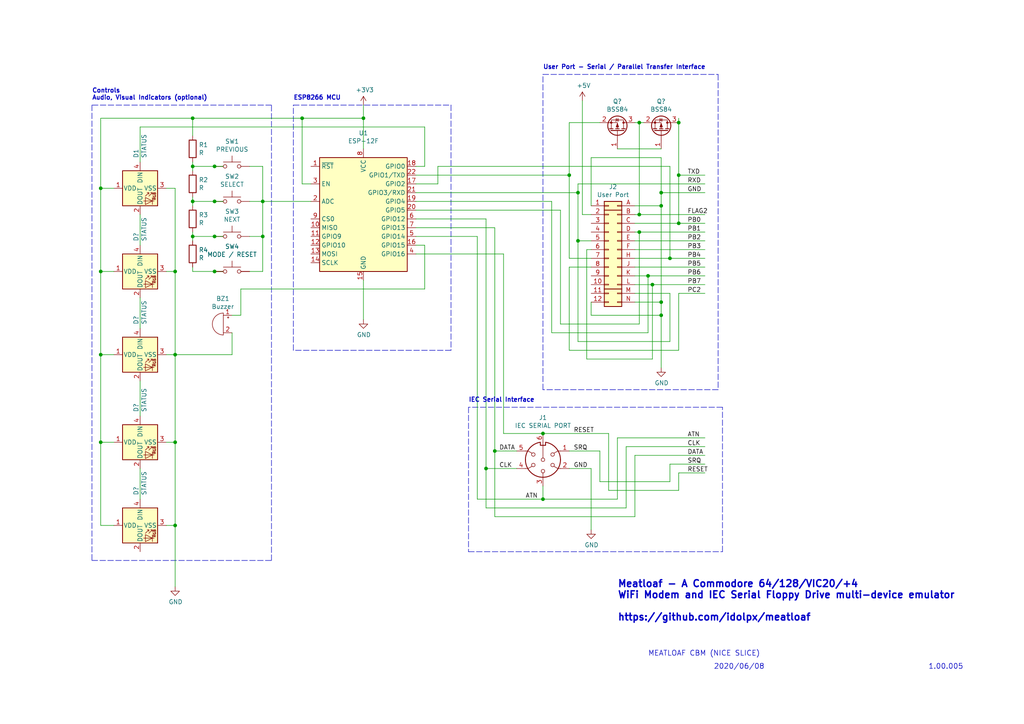
<source format=kicad_sch>
(kicad_sch (version 20211123) (generator eeschema)
  (paper "A4")
  (lib_symbols
    (symbol "Connector:DIN-6" (pin_names (offset 1.016))
      (property "Reference" "J" (at 3.175 5.715 0))
      (property "Value" "DIN-6" (at 4.445 -4.445 0))
      (symbol "DIN-6_0_1"
        (arc (start -5.08 0) (mid -3.8597 -3.3379) (end -0.762 -5.08) (stroke (width 0.254)))
        (circle (center -2.794 -1.524) (radius 0.508))
        (circle (center -2.794 1.524) (radius 0.508))
        (polyline (pts (xy 0 -5.08) (xy 0 -0.508)))
        (polyline (pts (xy 0 5.08) (xy 0 3.81)))
        (polyline (pts (xy -5.08 -2.54) (xy -4.318 -2.54) (xy -3.175 -1.905)))
        (polyline (pts (xy -5.08 2.54) (xy -4.318 2.54) (xy -3.175 1.905)))
        (polyline (pts (xy 5.08 -2.54) (xy 4.318 -2.54) (xy 3.175 -1.905)))
        (polyline (pts (xy 5.08 2.54) (xy 4.318 2.54) (xy 3.175 1.905)))
        (polyline (pts (xy -0.762 -4.953) (xy -0.762 -4.191) (xy 0.762 -4.191) (xy 0.762 -4.953)) (stroke (width 0.254)))
        (circle (center 0 0) (radius 0.508))
        (circle (center 0 3.302) (radius 0.508))
        (arc (start 0.762 -5.08) (mid 3.8673 -3.3444) (end 5.08 0) (stroke (width 0.254)))
        (circle (center 2.794 -1.524) (radius 0.508))
        (circle (center 2.794 1.524) (radius 0.508))
        (arc (start 5.08 0) (mid 0 5.08) (end -5.08 0) (stroke (width 0.254)))
      )
      (symbol "DIN-6_1_1"
        (pin passive line (at -7.62 -2.54 0) (length 2.54) (name "~") (number "1"))
        (pin passive line (at -7.62 2.54 0) (length 2.54) (name "~") (number "2"))
        (pin passive line (at 0 7.62 270) (length 2.54) (name "~") (number "3"))
        (pin passive line (at 7.62 2.54 180) (length 2.54) (name "~") (number "4"))
        (pin passive line (at 7.62 -2.54 180) (length 2.54) (name "~") (number "5"))
        (pin passive line (at 0 -7.62 90) (length 2.54) (name "~") (number "6"))
      )
    )
    (symbol "Device:Buzzer" (pin_names (offset 0.0254) hide)
      (property "Reference" "BZ" (at 3.81 1.27 0))
      (property "Value" "Buzzer" (at 3.81 -1.27 0))
      (symbol "Buzzer_0_1"
        (arc (start 0 -3.175) (mid 3.175 0) (end 0 3.175))
        (polyline (pts (xy -1.651 1.905) (xy -1.143 1.905)))
        (polyline (pts (xy -1.397 2.159) (xy -1.397 1.651)))
        (polyline (pts (xy 0 3.175) (xy 0 -3.175)))
      )
      (symbol "Buzzer_1_1"
        (pin passive line (at -2.54 2.54 0) (length 2.54) (name "-") (number "1"))
        (pin passive line (at -2.54 -2.54 0) (length 2.54) (name "+") (number "2"))
      )
    )
    (symbol "Device:R" (pin_numbers hide) (pin_names (offset 0))
      (property "Reference" "R" (at 2.032 0 90))
      (property "Value" "R" (at 0 0 90))
      (symbol "R_0_1"
        (rectangle (start -1.016 -2.54) (end 1.016 2.54) (stroke (width 0.254)))
      )
      (symbol "R_1_1"
        (pin passive line (at 0 3.81 270) (length 1.27) (name "~") (number "1"))
        (pin passive line (at 0 -3.81 90) (length 1.27) (name "~") (number "2"))
      )
    )
    (symbol "LED:WS2812B" (pin_names (offset 0.254))
      (property "Reference" "D" (at 5.08 5.715 0))
      (property "Value" "WS2812B" (at 1.27 -5.715 0))
      (symbol "WS2812B_0_0"
        (text "RGB" (at 2.286 -4.191 0) (effects (font (size 0.762 0.762))))
      )
      (symbol "WS2812B_0_1"
        (polyline (pts (xy 1.27 -3.556) (xy 1.778 -3.556)))
        (polyline (pts (xy 1.27 -2.54) (xy 1.778 -2.54)))
        (polyline (pts (xy 4.699 -3.556) (xy 2.667 -3.556)))
        (polyline (pts (xy 2.286 -2.54) (xy 1.27 -3.556) (xy 1.27 -3.048)))
        (polyline (pts (xy 2.286 -1.524) (xy 1.27 -2.54) (xy 1.27 -2.032)))
        (polyline (pts (xy 3.683 -1.016) (xy 3.683 -3.556) (xy 3.683 -4.064)))
        (polyline (pts (xy 4.699 -1.524) (xy 2.667 -1.524) (xy 3.683 -3.556) (xy 4.699 -1.524)))
        (rectangle (start 5.08 5.08) (end -5.08 -5.08) (stroke (width 0.254)) (fill (type background)))
      )
      (symbol "WS2812B_1_1"
        (pin power_in line (at 0 7.62 270) (length 2.54) (name "VDD") (number "1"))
        (pin output line (at 7.62 0 180) (length 2.54) (name "DOUT") (number "2"))
        (pin power_in line (at 0 -7.62 90) (length 2.54) (name "VSS") (number "3"))
        (pin input line (at -7.62 0 0) (length 2.54) (name "DIN") (number "4"))
      )
    )
    (symbol "RETRO_COMMODORE64C:Conn_02x12_Edge" (pin_names (offset 1.016) hide)
      (property "Reference" "J" (at 0 16.51 0))
      (property "Value" "RETRO_COMMODORE64C_Conn_02x12_Edge" (at 0 -16.51 0))
      (symbol "Conn_02x12_Edge_0_1"
        (polyline (pts (xy -2.54 -10.16) (xy 2.54 -10.16)) (stroke (width 0.254)))
        (polyline (pts (xy -2.54 12.7) (xy 2.54 12.7)) (stroke (width 0.254)))
      )
      (symbol "Conn_02x12_Edge_1_1"
        (rectangle (start -2.54 -13.843) (end -1.27 -14.097) (stroke (width 0.1524)))
        (rectangle (start -2.54 -11.303) (end -1.27 -11.557) (stroke (width 0.1524)))
        (rectangle (start -2.54 -8.763) (end -1.27 -9.017) (stroke (width 0.1524)))
        (rectangle (start -2.54 -6.223) (end -1.27 -6.477) (stroke (width 0.1524)))
        (rectangle (start -2.54 -3.683) (end -1.27 -3.937) (stroke (width 0.1524)))
        (rectangle (start -2.54 -1.143) (end -1.27 -1.397) (stroke (width 0.1524)))
        (rectangle (start -2.54 1.397) (end -1.27 1.143) (stroke (width 0.1524)))
        (rectangle (start -2.54 3.937) (end -1.27 3.683) (stroke (width 0.1524)))
        (rectangle (start -2.54 6.477) (end -1.27 6.223) (stroke (width 0.1524)))
        (rectangle (start -2.54 9.017) (end -1.27 8.763) (stroke (width 0.1524)))
        (rectangle (start -2.54 11.557) (end -1.27 11.303) (stroke (width 0.1524)))
        (rectangle (start -2.54 14.097) (end -1.27 13.843) (stroke (width 0.1524)))
        (rectangle (start -2.54 15.24) (end 2.54 -15.24) (stroke (width 0.254)) (fill (type background)))
        (rectangle (start 2.54 -13.843) (end 1.27 -14.097) (stroke (width 0.1524)))
        (rectangle (start 2.54 -11.303) (end 1.27 -11.557) (stroke (width 0.1524)))
        (rectangle (start 2.54 -8.763) (end 1.27 -9.017) (stroke (width 0.1524)))
        (rectangle (start 2.54 -6.223) (end 1.27 -6.477) (stroke (width 0.1524)))
        (rectangle (start 2.54 -3.683) (end 1.27 -3.937) (stroke (width 0.1524)))
        (rectangle (start 2.54 -1.143) (end 1.27 -1.397) (stroke (width 0.1524)))
        (rectangle (start 2.54 1.397) (end 1.27 1.143) (stroke (width 0.1524)))
        (rectangle (start 2.54 3.937) (end 1.27 3.683) (stroke (width 0.1524)))
        (rectangle (start 2.54 6.477) (end 1.27 6.223) (stroke (width 0.1524)))
        (rectangle (start 2.54 9.017) (end 1.27 8.763) (stroke (width 0.1524)))
        (rectangle (start 2.54 11.557) (end 1.27 11.303) (stroke (width 0.1524)))
        (rectangle (start 2.54 14.097) (end 1.27 13.843) (stroke (width 0.1524)))
        (pin passive line (at -6.35 13.97 0) (length 3.81) (name "Pin_1") (number "1"))
        (pin passive line (at -6.35 -8.89 0) (length 3.81) (name "Pin_10") (number "10"))
        (pin passive line (at -6.35 -11.43 0) (length 3.81) (name "Pin_11") (number "11"))
        (pin passive line (at -6.35 -13.97 0) (length 3.81) (name "Pin_12") (number "12"))
        (pin passive line (at -6.35 11.43 0) (length 3.81) (name "Pin_2") (number "2"))
        (pin passive line (at -6.35 8.89 0) (length 3.81) (name "Pin_3") (number "3"))
        (pin passive line (at -6.35 6.35 0) (length 3.81) (name "Pin_4") (number "4"))
        (pin passive line (at -6.35 3.81 0) (length 3.81) (name "Pin_5") (number "5"))
        (pin passive line (at -6.35 1.27 0) (length 3.81) (name "Pin_6") (number "6"))
        (pin passive line (at -6.35 -1.27 0) (length 3.81) (name "Pin_7") (number "7"))
        (pin passive line (at -6.35 -3.81 0) (length 3.81) (name "Pin_8") (number "8"))
        (pin passive line (at -6.35 -6.35 0) (length 3.81) (name "Pin_9") (number "9"))
        (pin passive line (at 6.35 13.97 180) (length 3.81) (name "Pin_A") (number "A"))
        (pin passive line (at 6.35 11.43 180) (length 3.81) (name "Pin_B") (number "B"))
        (pin passive line (at 6.35 8.89 180) (length 3.81) (name "Pin_C") (number "C"))
        (pin passive line (at 6.35 6.35 180) (length 3.81) (name "Pin_D") (number "D"))
        (pin passive line (at 6.35 3.81 180) (length 3.81) (name "Pin_E") (number "E"))
        (pin passive line (at 6.35 1.27 180) (length 3.81) (name "Pin_F") (number "F"))
        (pin passive line (at 6.35 -1.27 180) (length 3.81) (name "Pin_H") (number "H"))
        (pin passive line (at 6.35 -3.81 180) (length 3.81) (name "Pin_J") (number "J"))
        (pin passive line (at 6.35 -6.35 180) (length 3.81) (name "Pin_K") (number "K"))
        (pin passive line (at 6.35 -8.89 180) (length 3.81) (name "Pin_L") (number "L"))
        (pin passive line (at 6.35 -11.43 180) (length 3.81) (name "Pin_M") (number "M"))
        (pin passive line (at 6.35 -13.97 180) (length 3.81) (name "Pin_N") (number "N"))
      )
    )
    (symbol "RF_Module:ESP-12F"
      (property "Reference" "U" (at -12.7 19.05 0))
      (property "Value" "ESP-12F" (at 12.7 19.05 0))
      (symbol "ESP-12F_0_1"
        (rectangle (start -12.7 17.78) (end 12.7 -15.24) (stroke (width 0.254)) (fill (type background)))
      )
      (symbol "ESP-12F_1_1"
        (pin input line (at -15.24 15.24 0) (length 2.54) (name "~{RST}") (number "1"))
        (pin bidirectional line (at -15.24 -2.54 0) (length 2.54) (name "MISO") (number "10"))
        (pin bidirectional line (at -15.24 -5.08 0) (length 2.54) (name "GPIO9") (number "11"))
        (pin bidirectional line (at -15.24 -7.62 0) (length 2.54) (name "GPIO10") (number "12"))
        (pin bidirectional line (at -15.24 -10.16 0) (length 2.54) (name "MOSI") (number "13"))
        (pin bidirectional line (at -15.24 -12.7 0) (length 2.54) (name "SCLK") (number "14"))
        (pin power_in line (at 0 -17.78 90) (length 2.54) (name "GND") (number "15"))
        (pin bidirectional line (at 15.24 -7.62 180) (length 2.54) (name "GPIO15") (number "16"))
        (pin bidirectional line (at 15.24 10.16 180) (length 2.54) (name "GPIO2") (number "17"))
        (pin bidirectional line (at 15.24 15.24 180) (length 2.54) (name "GPIO0") (number "18"))
        (pin bidirectional line (at 15.24 5.08 180) (length 2.54) (name "GPIO4") (number "19"))
        (pin input line (at -15.24 5.08 0) (length 2.54) (name "ADC") (number "2"))
        (pin bidirectional line (at 15.24 2.54 180) (length 2.54) (name "GPIO5") (number "20"))
        (pin bidirectional line (at 15.24 7.62 180) (length 2.54) (name "GPIO3/RXD") (number "21"))
        (pin bidirectional line (at 15.24 12.7 180) (length 2.54) (name "GPIO1/TXD") (number "22"))
        (pin input line (at -15.24 10.16 0) (length 2.54) (name "EN") (number "3"))
        (pin bidirectional line (at 15.24 -10.16 180) (length 2.54) (name "GPIO16") (number "4"))
        (pin bidirectional line (at 15.24 -5.08 180) (length 2.54) (name "GPIO14") (number "5"))
        (pin bidirectional line (at 15.24 0 180) (length 2.54) (name "GPIO12") (number "6"))
        (pin bidirectional line (at 15.24 -2.54 180) (length 2.54) (name "GPIO13") (number "7"))
        (pin power_in line (at 0 20.32 270) (length 2.54) (name "VCC") (number "8"))
        (pin input line (at -15.24 0 0) (length 2.54) (name "CS0") (number "9"))
      )
    )
    (symbol "Switch:SW_MEC_5G" (pin_numbers hide) (pin_names (offset 1.016) hide)
      (property "Reference" "SW" (at 1.27 2.54 0))
      (property "Value" "SW_MEC_5G" (at 0 -1.524 0))
      (symbol "SW_MEC_5G_0_1"
        (circle (center -2.032 0) (radius 0.508))
        (polyline (pts (xy 0 1.27) (xy 0 3.048)))
        (polyline (pts (xy 2.54 1.27) (xy -2.54 1.27)))
        (circle (center 2.032 0) (radius 0.508))
        (pin passive line (at -5.08 0 0) (length 2.54) (name "A") (number "1"))
        (pin passive line (at 5.08 0 180) (length 2.54) (name "B") (number "3"))
      )
      (symbol "SW_MEC_5G_1_1"
        (pin passive line (at -5.08 0 0) (length 2.54) hide (name "A") (number "2"))
        (pin passive line (at 5.08 0 180) (length 2.54) hide (name "B") (number "4"))
      )
    )
    (symbol "Transistor_FET:BSS84" (pin_names hide)
      (property "Reference" "Q" (at 5.08 1.905 0))
      (property "Value" "BSS84" (at 5.08 0 0))
      (symbol "BSS84_0_1"
        (polyline (pts (xy 0.254 0) (xy -2.54 0)))
        (polyline (pts (xy 0.254 1.905) (xy 0.254 -1.905)) (stroke (width 0.254)))
        (polyline (pts (xy 0.762 -1.27) (xy 0.762 -2.286)) (stroke (width 0.254)))
        (polyline (pts (xy 0.762 0.508) (xy 0.762 -0.508)) (stroke (width 0.254)))
        (polyline (pts (xy 0.762 2.286) (xy 0.762 1.27)) (stroke (width 0.254)))
        (polyline (pts (xy 2.54 2.54) (xy 2.54 1.778)))
        (polyline (pts (xy 2.54 -2.54) (xy 2.54 0) (xy 0.762 0)))
        (polyline (pts (xy 0.762 1.778) (xy 3.302 1.778) (xy 3.302 -1.778) (xy 0.762 -1.778)))
        (polyline (pts (xy 2.286 0) (xy 1.27 0.381) (xy 1.27 -0.381) (xy 2.286 0)) (fill (type outline)))
        (polyline (pts (xy 2.794 -0.508) (xy 2.921 -0.381) (xy 3.683 -0.381) (xy 3.81 -0.254)))
        (polyline (pts (xy 3.302 -0.381) (xy 2.921 0.254) (xy 3.683 0.254) (xy 3.302 -0.381)))
        (circle (center 1.651 0) (radius 2.794) (stroke (width 0.254)))
        (circle (center 2.54 -1.778) (radius 0.254) (fill (type outline)))
        (circle (center 2.54 1.778) (radius 0.254) (fill (type outline)))
      )
      (symbol "BSS84_1_1"
        (pin input line (at -5.08 0 0) (length 2.54) (name "G") (number "1"))
        (pin passive line (at 2.54 -5.08 90) (length 2.54) (name "S") (number "2"))
        (pin passive line (at 2.54 5.08 270) (length 2.54) (name "D") (number "3"))
      )
    )
    (symbol "power:+3.3V" (power) (pin_names (offset 0))
      (property "Value" "+3.3V" (at 0 3.556 0))
      (symbol "+3.3V_0_1"
        (polyline (pts (xy -0.762 1.27) (xy 0 2.54)))
        (polyline (pts (xy 0 0) (xy 0 2.54)))
        (polyline (pts (xy 0 2.54) (xy 0.762 1.27)))
      )
      (symbol "+3.3V_1_1"
        (pin power_in line (at 0 0 90) (length 0) hide (name "+3V3") (number "1"))
      )
    )
    (symbol "power:+5V" (power) (pin_names (offset 0))
      (property "Value" "+5V" (at 0 3.556 0))
      (symbol "+5V_0_1"
        (polyline (pts (xy -0.762 1.27) (xy 0 2.54)))
        (polyline (pts (xy 0 0) (xy 0 2.54)))
        (polyline (pts (xy 0 2.54) (xy 0.762 1.27)))
      )
      (symbol "+5V_1_1"
        (pin power_in line (at 0 0 90) (length 0) hide (name "+5V") (number "1"))
      )
    )
    (symbol "power:GND" (power) (pin_names (offset 0))
      (property "Value" "GND" (at 0 -3.81 0))
      (symbol "GND_0_1"
        (polyline (pts (xy 0 0) (xy 0 -1.27) (xy 1.27 -1.27) (xy 0 -2.54) (xy -1.27 -1.27) (xy 0 -1.27)))
      )
      (symbol "GND_1_1"
        (pin power_in line (at 0 0 270) (length 0) hide (name "GND") (number "1"))
      )
    )
  )
  (junction (at 191.77 87.63))
  (junction (at 194.31 74.93))
  (junction (at 55.88 34.29))
  (junction (at 157.48 144.78))
  (junction (at 185.42 67.31))
  (junction (at 55.88 48.26))
  (junction (at 29.21 128.27))
  (junction (at 50.8 102.87))
  (junction (at 143.51 130.81))
  (junction (at 105.41 34.29))
  (junction (at 62.23 68.58))
  (junction (at 50.8 152.4))
  (junction (at 185.42 62.23))
  (junction (at 187.96 80.01))
  (junction (at 196.85 50.8))
  (junction (at 87.63 34.29))
  (junction (at 157.48 125.73))
  (junction (at 191.77 91.44))
  (junction (at 196.85 64.77))
  (junction (at 62.23 78.74))
  (junction (at 76.2 68.58))
  (junction (at 196.85 35.56))
  (junction (at 55.88 68.58))
  (junction (at 62.23 48.26))
  (junction (at 29.21 102.87))
  (junction (at 191.77 59.69))
  (junction (at 140.97 135.89))
  (junction (at 29.21 78.74))
  (junction (at 55.88 58.42))
  (junction (at 50.8 128.27))
  (junction (at 165.1 50.8))
  (junction (at 167.64 55.88))
  (junction (at 185.42 35.56))
  (junction (at 62.23 58.42))
  (junction (at 167.64 69.85))
  (junction (at 76.2 58.42))
  (junction (at 29.21 54.61))
  (junction (at 50.8 78.74))
  (junction (at 191.77 55.88))
  (junction (at 189.23 82.55))
  (wire (pts (xy 55.88 58.42) (xy 55.88 57.15)))
  (wire (pts (xy 191.77 55.88) (xy 191.77 59.69)))
  (wire (pts (xy 165.1 101.6) (xy 196.85 101.6)))
  (wire (pts (xy 184.15 149.86) (xy 143.51 149.86)))
  (wire (pts (xy 204.47 132.08) (xy 184.15 132.08)))
  (wire (pts (xy 64.77 78.74) (xy 62.23 78.74)))
  (wire (pts (xy 40.64 95.25) (xy 40.64 86.36)))
  (wire (pts (xy 143.51 66.04) (xy 143.51 130.81)))
  (wire (pts (xy 162.56 60.96) (xy 162.56 93.98)))
  (wire (pts (xy 165.1 77.47) (xy 165.1 101.6)))
  (wire (pts (xy 72.39 58.42) (xy 76.2 58.42)))
  (wire (pts (xy 171.45 59.69) (xy 171.45 45.72)))
  (wire (pts (xy 138.43 68.58) (xy 138.43 144.78)))
  (wire (pts (xy 191.77 59.69) (xy 191.77 87.63)))
  (wire (pts (xy 40.64 71.12) (xy 40.64 62.23)))
  (wire (pts (xy 157.48 144.78) (xy 157.48 140.97)))
  (polyline (pts (xy 209.55 118.11) (xy 135.89 118.11)))
  (wire (pts (xy 50.8 152.4) (xy 50.8 128.27)))
  (wire (pts (xy 181.61 147.32) (xy 140.97 147.32)))
  (wire (pts (xy 29.21 34.29) (xy 55.88 34.29)))
  (wire (pts (xy 105.41 81.28) (xy 105.41 92.71)))
  (wire (pts (xy 40.64 144.78) (xy 40.64 135.89)))
  (wire (pts (xy 120.65 60.96) (xy 162.56 60.96)))
  (polyline (pts (xy 135.89 160.02) (xy 209.55 160.02)))
  (wire (pts (xy 67.31 102.87) (xy 50.8 102.87)))
  (wire (pts (xy 120.65 71.12) (xy 123.19 71.12)))
  (wire (pts (xy 105.41 30.48) (xy 105.41 34.29)))
  (wire (pts (xy 90.17 58.42) (xy 76.2 58.42)))
  (wire (pts (xy 162.56 93.98) (xy 185.42 93.98)))
  (wire (pts (xy 165.1 135.89) (xy 171.45 135.89)))
  (wire (pts (xy 33.02 128.27) (xy 29.21 128.27)))
  (wire (pts (xy 62.23 78.74) (xy 55.88 78.74)))
  (wire (pts (xy 194.31 139.7) (xy 173.99 139.7)))
  (wire (pts (xy 194.31 85.09) (xy 194.31 99.06)))
  (wire (pts (xy 189.23 104.14) (xy 189.23 82.55)))
  (wire (pts (xy 120.65 63.5) (xy 140.97 63.5)))
  (wire (pts (xy 160.02 96.52) (xy 187.96 96.52)))
  (wire (pts (xy 62.23 58.42) (xy 64.77 58.42)))
  (wire (pts (xy 181.61 129.54) (xy 181.61 147.32)))
  (wire (pts (xy 191.77 43.18) (xy 179.07 43.18)))
  (wire (pts (xy 146.05 125.73) (xy 157.48 125.73)))
  (wire (pts (xy 120.65 55.88) (xy 167.64 55.88)))
  (wire (pts (xy 196.85 85.09) (xy 204.47 85.09)))
  (wire (pts (xy 204.47 62.23) (xy 185.42 62.23)))
  (wire (pts (xy 184.15 87.63) (xy 191.77 87.63)))
  (polyline (pts (xy 130.81 101.6) (xy 85.09 101.6)))
  (wire (pts (xy 40.64 36.83) (xy 40.64 46.99)))
  (wire (pts (xy 185.42 35.56) (xy 186.69 35.56)))
  (wire (pts (xy 33.02 78.74) (xy 29.21 78.74)))
  (wire (pts (xy 194.31 74.93) (xy 194.31 48.26)))
  (wire (pts (xy 69.85 91.44) (xy 69.85 83.82)))
  (wire (pts (xy 140.97 147.32) (xy 140.97 135.89)))
  (wire (pts (xy 120.65 66.04) (xy 143.51 66.04)))
  (wire (pts (xy 76.2 58.42) (xy 76.2 48.26)))
  (polyline (pts (xy 135.89 118.11) (xy 135.89 160.02)))
  (wire (pts (xy 120.65 53.34) (xy 127 53.34)))
  (wire (pts (xy 90.17 53.34) (xy 87.63 53.34)))
  (wire (pts (xy 29.21 54.61) (xy 29.21 34.29)))
  (wire (pts (xy 160.02 58.42) (xy 120.65 58.42)))
  (wire (pts (xy 87.63 53.34) (xy 87.63 34.29)))
  (wire (pts (xy 185.42 67.31) (xy 204.47 67.31)))
  (wire (pts (xy 184.15 85.09) (xy 194.31 85.09)))
  (polyline (pts (xy 26.67 162.56) (xy 78.74 162.56)))
  (wire (pts (xy 204.47 137.16) (xy 196.85 137.16)))
  (wire (pts (xy 138.43 144.78) (xy 157.48 144.78)))
  (wire (pts (xy 184.15 74.93) (xy 194.31 74.93)))
  (wire (pts (xy 165.1 50.8) (xy 120.65 50.8)))
  (wire (pts (xy 171.45 74.93) (xy 165.1 74.93)))
  (wire (pts (xy 191.77 45.72) (xy 191.77 55.88)))
  (polyline (pts (xy 208.28 113.03) (xy 157.48 113.03)))
  (wire (pts (xy 146.05 73.66) (xy 146.05 125.73)))
  (wire (pts (xy 76.2 48.26) (xy 72.39 48.26)))
  (wire (pts (xy 33.02 152.4) (xy 29.21 152.4)))
  (wire (pts (xy 64.77 68.58) (xy 62.23 68.58)))
  (wire (pts (xy 194.31 99.06) (xy 167.64 99.06)))
  (polyline (pts (xy 130.81 30.48) (xy 130.81 101.6)))
  (wire (pts (xy 55.88 58.42) (xy 62.23 58.42)))
  (wire (pts (xy 196.85 34.29) (xy 196.85 35.56)))
  (wire (pts (xy 189.23 82.55) (xy 204.47 82.55)))
  (wire (pts (xy 176.53 125.73) (xy 157.48 125.73)))
  (polyline (pts (xy 209.55 160.02) (xy 209.55 118.11)))
  (wire (pts (xy 62.23 68.58) (xy 55.88 68.58)))
  (wire (pts (xy 143.51 149.86) (xy 143.51 130.81)))
  (wire (pts (xy 67.31 96.52) (xy 67.31 102.87)))
  (wire (pts (xy 184.15 80.01) (xy 187.96 80.01)))
  (wire (pts (xy 171.45 87.63) (xy 171.45 91.44)))
  (wire (pts (xy 184.15 59.69) (xy 191.77 59.69)))
  (wire (pts (xy 184.15 77.47) (xy 204.47 77.47)))
  (wire (pts (xy 196.85 142.24) (xy 176.53 142.24)))
  (wire (pts (xy 140.97 63.5) (xy 140.97 135.89)))
  (wire (pts (xy 187.96 80.01) (xy 187.96 96.52)))
  (wire (pts (xy 160.02 58.42) (xy 160.02 96.52)))
  (wire (pts (xy 55.88 48.26) (xy 55.88 46.99)))
  (wire (pts (xy 204.47 134.62) (xy 194.31 134.62)))
  (wire (pts (xy 204.47 129.54) (xy 181.61 129.54)))
  (wire (pts (xy 76.2 58.42) (xy 76.2 68.58)))
  (wire (pts (xy 184.15 64.77) (xy 196.85 64.77)))
  (wire (pts (xy 48.26 102.87) (xy 50.8 102.87)))
  (wire (pts (xy 29.21 78.74) (xy 29.21 54.61)))
  (wire (pts (xy 64.77 48.26) (xy 62.23 48.26)))
  (wire (pts (xy 184.15 132.08) (xy 184.15 149.86)))
  (wire (pts (xy 55.88 59.69) (xy 55.88 58.42)))
  (wire (pts (xy 29.21 152.4) (xy 29.21 128.27)))
  (wire (pts (xy 123.19 36.83) (xy 40.64 36.83)))
  (wire (pts (xy 165.1 74.93) (xy 165.1 50.8)))
  (wire (pts (xy 50.8 78.74) (xy 50.8 102.87)))
  (wire (pts (xy 165.1 130.81) (xy 173.99 130.81)))
  (wire (pts (xy 50.8 102.87) (xy 50.8 128.27)))
  (wire (pts (xy 48.26 128.27) (xy 50.8 128.27)))
  (wire (pts (xy 184.15 72.39) (xy 204.47 72.39)))
  (wire (pts (xy 170.18 104.14) (xy 189.23 104.14)))
  (wire (pts (xy 185.42 67.31) (xy 185.42 93.98)))
  (wire (pts (xy 204.47 55.88) (xy 191.77 55.88)))
  (polyline (pts (xy 78.74 30.48) (xy 26.67 30.48)))
  (wire (pts (xy 127 48.26) (xy 194.31 48.26)))
  (wire (pts (xy 143.51 130.81) (xy 149.86 130.81)))
  (wire (pts (xy 176.53 142.24) (xy 176.53 125.73)))
  (wire (pts (xy 194.31 134.62) (xy 194.31 139.7)))
  (wire (pts (xy 55.88 78.74) (xy 55.88 77.47)))
  (wire (pts (xy 171.45 91.44) (xy 191.77 91.44)))
  (wire (pts (xy 171.45 135.89) (xy 171.45 153.67)))
  (wire (pts (xy 168.91 62.23) (xy 168.91 29.21)))
  (wire (pts (xy 29.21 102.87) (xy 29.21 78.74)))
  (wire (pts (xy 171.45 72.39) (xy 170.18 72.39)))
  (wire (pts (xy 40.64 120.65) (xy 40.64 110.49)))
  (wire (pts (xy 191.77 87.63) (xy 191.77 91.44)))
  (wire (pts (xy 171.45 69.85) (xy 167.64 69.85)))
  (wire (pts (xy 55.88 49.53) (xy 55.88 48.26)))
  (wire (pts (xy 123.19 71.12) (xy 123.19 83.82)))
  (wire (pts (xy 123.19 48.26) (xy 120.65 48.26)))
  (wire (pts (xy 48.26 54.61) (xy 50.8 54.61)))
  (wire (pts (xy 179.07 144.78) (xy 157.48 144.78)))
  (wire (pts (xy 179.07 127) (xy 179.07 144.78)))
  (wire (pts (xy 184.15 69.85) (xy 204.47 69.85)))
  (polyline (pts (xy 85.09 101.6) (xy 85.09 30.48)))
  (wire (pts (xy 62.23 48.26) (xy 55.88 48.26)))
  (wire (pts (xy 173.99 139.7) (xy 173.99 130.81)))
  (wire (pts (xy 29.21 128.27) (xy 29.21 102.87)))
  (wire (pts (xy 171.45 62.23) (xy 168.91 62.23)))
  (wire (pts (xy 184.15 67.31) (xy 185.42 67.31)))
  (wire (pts (xy 171.45 45.72) (xy 191.77 45.72)))
  (polyline (pts (xy 78.74 162.56) (xy 78.74 30.48)))
  (wire (pts (xy 33.02 54.61) (xy 29.21 54.61)))
  (wire (pts (xy 140.97 135.89) (xy 149.86 135.89)))
  (wire (pts (xy 87.63 34.29) (xy 105.41 34.29)))
  (wire (pts (xy 165.1 35.56) (xy 165.1 50.8)))
  (wire (pts (xy 196.85 35.56) (xy 196.85 50.8)))
  (wire (pts (xy 167.64 69.85) (xy 167.64 99.06)))
  (wire (pts (xy 167.64 53.34) (xy 167.64 55.88)))
  (wire (pts (xy 167.64 55.88) (xy 167.64 69.85)))
  (wire (pts (xy 204.47 53.34) (xy 167.64 53.34)))
  (wire (pts (xy 55.88 34.29) (xy 87.63 34.29)))
  (wire (pts (xy 185.42 35.56) (xy 185.42 62.23)))
  (wire (pts (xy 67.31 91.44) (xy 69.85 91.44)))
  (wire (pts (xy 191.77 106.68) (xy 191.77 91.44)))
  (polyline (pts (xy 157.48 113.03) (xy 157.48 21.59)))
  (wire (pts (xy 120.65 73.66) (xy 146.05 73.66)))
  (wire (pts (xy 196.85 101.6) (xy 196.85 85.09)))
  (polyline (pts (xy 26.67 30.48) (xy 26.67 162.56)))
  (wire (pts (xy 55.88 69.85) (xy 55.88 68.58)))
  (wire (pts (xy 196.85 64.77) (xy 204.47 64.77)))
  (wire (pts (xy 184.15 82.55) (xy 189.23 82.55)))
  (wire (pts (xy 69.85 83.82) (xy 123.19 83.82)))
  (wire (pts (xy 171.45 77.47) (xy 165.1 77.47)))
  (wire (pts (xy 123.19 36.83) (xy 123.19 48.26)))
  (wire (pts (xy 194.31 74.93) (xy 204.47 74.93)))
  (wire (pts (xy 50.8 170.18) (xy 50.8 152.4)))
  (wire (pts (xy 55.88 68.58) (xy 55.88 67.31)))
  (polyline (pts (xy 208.28 21.59) (xy 208.28 113.03)))
  (wire (pts (xy 196.85 50.8) (xy 196.85 64.77)))
  (wire (pts (xy 187.96 80.01) (xy 204.47 80.01)))
  (wire (pts (xy 170.18 72.39) (xy 170.18 104.14)))
  (wire (pts (xy 48.26 152.4) (xy 50.8 152.4)))
  (wire (pts (xy 204.47 127) (xy 179.07 127)))
  (wire (pts (xy 196.85 137.16) (xy 196.85 142.24)))
  (wire (pts (xy 76.2 78.74) (xy 76.2 68.58)))
  (wire (pts (xy 48.26 78.74) (xy 50.8 78.74)))
  (wire (pts (xy 120.65 68.58) (xy 138.43 68.58)))
  (wire (pts (xy 72.39 78.74) (xy 76.2 78.74)))
  (wire (pts (xy 184.15 62.23) (xy 185.42 62.23)))
  (wire (pts (xy 72.39 68.58) (xy 76.2 68.58)))
  (wire (pts (xy 184.15 35.56) (xy 185.42 35.56)))
  (polyline (pts (xy 157.48 21.59) (xy 208.28 21.59)))
  (wire (pts (xy 173.99 35.56) (xy 165.1 35.56)))
  (polyline (pts (xy 85.09 30.48) (xy 130.81 30.48)))
  (wire (pts (xy 204.47 50.8) (xy 196.85 50.8)))
  (wire (pts (xy 33.02 102.87) (xy 29.21 102.87)))
  (wire (pts (xy 127 53.34) (xy 127 48.26)))
  (wire (pts (xy 50.8 54.61) (xy 50.8 78.74)))
  (wire (pts (xy 105.41 34.29) (xy 105.41 43.18)))
  (wire (pts (xy 55.88 39.37) (xy 55.88 34.29)))
  (text "1.00.005" (at 269.24 194.31 0) (effects (font (size 1.4986 1.4986)) (justify left bottom)))
  (text "Meatloaf - A Commodore 64/128/VIC20/+4 \nWiFi Modem and IEC Serial Floppy Drive multi-device emulator \n\nhttps://github.com/idolpx/meatloaf" (at 179.07 180.34 0) (effects (font (size 2.0066 2.0066) (thickness 0.4013) bold) (justify left bottom)))
  (text "IEC Serial Interface" (at 135.89 116.84 0) (effects (font (size 1.27 1.27) (thickness 0.254) bold) (justify left bottom)))
  (text "2020/06/08" (at 207.01 194.31 0) (effects (font (size 1.4986 1.4986)) (justify left bottom)))
  (text "ESP8266 MCU" (at 85.09 29.21 0) (effects (font (size 1.27 1.27) (thickness 0.254) bold) (justify left bottom)))
  (text "Controls\nAudio, Visual Indicators (optional)" (at 26.67 29.21 0) (effects (font (size 1.27 1.27) (thickness 0.254) bold) (justify left bottom)))
  (text "MEATLOAF CBM (NICE SLICE)" (at 187.96 190.5 0) (effects (font (size 1.4986 1.4986)) (justify left bottom)))
  (text "User Port - Serial / Parallel Transfer Interface" (at 157.48 20.32 0) (effects (font (size 1.27 1.27) (thickness 0.254) bold) (justify left bottom)))
  (label "PB4" (at 199.39 74.93 0))
  (label "ATN" (at 199.39 127 0))
  (label "SRQ" (at 166.37 130.81 0))
  (label "TXD" (at 199.39 50.8 0))
  (label "DATA" (at 144.78 130.81 0))
  (label "CLK" (at 144.78 135.89 0))
  (label "SRQ" (at 199.39 134.62 0))
  (label "RESET" (at 166.37 125.73 0))
  (label "DATA" (at 199.39 132.08 0))
  (label "CLK" (at 199.39 129.54 0))
  (label "ATN" (at 152.4 144.78 0))
  (label "PB3" (at 199.39 72.39 0))
  (label "PB5" (at 199.39 77.47 0))
  (label "FLAG2" (at 199.39 62.23 0))
  (label "GND" (at 199.39 55.88 0))
  (label "GND" (at 166.37 135.89 0))
  (label "PB7" (at 199.39 82.55 0))
  (label "PB1" (at 199.39 67.31 0))
  (label "PB2" (at 199.39 69.85 0))
  (label "RESET" (at 199.39 137.16 0))
  (label "PC2" (at 199.39 85.09 0))
  (label "RXD" (at 199.39 53.34 0))
  (label "PB6" (at 199.39 80.01 0))
  (label "PB0" (at 199.39 64.77 0))
  (symbol (lib_id "power:GND") (at 105.41 92.71 0) (unit 1)
    (property "Reference" "#PWR0101" (effects hide))
    (property "Value" "GND" (at 105.537 97.1042 0))
  )
  (symbol (lib_id "power:+3.3V") (at 105.41 30.48 0) (unit 1)
    (property "Reference" "#PWR0102" (effects hide))
    (property "Value" "+3.3V" (at 105.791 26.0858 0))
  )
  (symbol (lib_id "RF_Module:ESP-12F") (at 105.41 63.5 0) (unit 1)
    (property "Reference" "U1" (at 105.41 38.5826 0))
    (property "Value" "ESP-12F" (at 105.41 40.894 0))
    (property "Footprint" "RF_Module:ESP-12E" (effects hide))
    (property "Datasheet" "http://wiki.ai-thinker.com/_media/esp8266/esp8266_series_modules_user_manual_v1.1.pdf" (effects hide))
  )
  (symbol (lib_id "RETRO_COMMODORE64C:Conn_02x12_Edge") (at 177.8 73.66 0) (unit 1)
    (property "Reference" "J2" (at 177.8 54.1782 0))
    (property "Value" "User Port" (at 177.8 56.4896 0))
  )
  (symbol (lib_id "Connector:DIN-6") (at 157.48 133.35 180) (unit 1)
    (property "Reference" "J1" (at 157.48 121.1326 0))
    (property "Value" "IEC SERIAL PORT" (at 157.48 123.444 0))
    (property "Datasheet" "http://www.mouser.com/ds/2/18/40_c091_abd_e-75918.pdf" (effects hide))
  )
  (symbol (lib_id "power:GND") (at 171.45 153.67 0) (unit 1)
    (property "Reference" "#PWR0103" (effects hide))
    (property "Value" "GND" (at 171.577 158.0642 0))
  )
  (symbol (lib_id "LED:WS2812B") (at 40.64 78.74 90) (mirror x) (unit 1)
    (property "Reference" "D?" (at 39.4716 70.0024 0) (effects (justify right)))
    (property "Value" "STATUS" (at 41.783 70.0024 0) (effects (justify right)))
    (property "Footprint" "LED_SMD:LED_WS2812B_PLCC4_5.0x5.0mm_P3.2mm" (effects hide))
    (property "Datasheet" "https://cdn-shop.adafruit.com/datasheets/WS2812B.pdf" (effects hide))
  )
  (symbol (lib_id "LED:WS2812B") (at 40.64 102.87 90) (mirror x) (unit 1)
    (property "Reference" "D?" (at 39.4716 94.1324 0) (effects (justify right)))
    (property "Value" "STATUS" (at 41.783 94.1324 0) (effects (justify right)))
    (property "Footprint" "LED_SMD:LED_WS2812B_PLCC4_5.0x5.0mm_P3.2mm" (effects hide))
    (property "Datasheet" "https://cdn-shop.adafruit.com/datasheets/WS2812B.pdf" (effects hide))
  )
  (symbol (lib_id "Device:Buzzer") (at 64.77 93.98 0) (mirror y) (unit 1)
    (property "Reference" "BZ1" (at 64.643 86.614 0))
    (property "Value" "Buzzer" (at 64.643 88.9254 0))
  )
  (symbol (lib_id "LED:WS2812B") (at 40.64 128.27 90) (mirror x) (unit 1)
    (property "Reference" "D?" (at 39.4716 119.5324 0) (effects (justify right)))
    (property "Value" "STATUS" (at 41.783 119.5324 0) (effects (justify right)))
    (property "Footprint" "LED_SMD:LED_WS2812B_PLCC4_5.0x5.0mm_P3.2mm" (effects hide))
    (property "Datasheet" "https://cdn-shop.adafruit.com/datasheets/WS2812B.pdf" (effects hide))
  )
  (symbol (lib_id "Switch:SW_MEC_5G") (at 67.31 48.26 0) (unit 1)
    (property "Reference" "SW1" (at 67.31 41.021 0))
    (property "Value" "PREVIOUS" (at 67.31 43.3324 0))
    (property "Datasheet" "http://www.apem.com/int/index.php?controller=attachment&id_attachment=488" (effects hide))
  )
  (symbol (lib_id "Switch:SW_MEC_5G") (at 67.31 58.42 0) (unit 1)
    (property "Reference" "SW2" (at 67.31 51.181 0))
    (property "Value" "SELECT" (at 67.31 53.4924 0))
    (property "Datasheet" "http://www.apem.com/int/index.php?controller=attachment&id_attachment=488" (effects hide))
  )
  (symbol (lib_id "Switch:SW_MEC_5G") (at 67.31 68.58 0) (unit 1)
    (property "Reference" "SW3" (at 67.31 61.341 0))
    (property "Value" "NEXT" (at 67.31 63.6524 0))
    (property "Datasheet" "http://www.apem.com/int/index.php?controller=attachment&id_attachment=488" (effects hide))
  )
  (symbol (lib_id "Device:R") (at 55.88 43.18 180) (unit 1)
    (property "Reference" "R1" (at 57.658 42.0116 0) (effects (justify right)))
    (property "Value" "R" (at 57.658 44.323 0) (effects (justify right)))
  )
  (symbol (lib_id "Device:R") (at 55.88 53.34 180) (unit 1)
    (property "Reference" "R2" (at 57.658 52.1716 0) (effects (justify right)))
    (property "Value" "R" (at 57.658 54.483 0) (effects (justify right)))
  )
  (symbol (lib_id "Device:R") (at 55.88 63.5 180) (unit 1)
    (property "Reference" "R3" (at 57.658 62.3316 0) (effects (justify right)))
    (property "Value" "R" (at 57.658 64.643 0) (effects (justify right)))
  )
  (symbol (lib_id "LED:WS2812B") (at 40.64 152.4 90) (mirror x) (unit 1)
    (property "Reference" "D?" (at 39.4716 143.6624 0) (effects (justify right)))
    (property "Value" "STATUS" (at 41.783 143.6624 0) (effects (justify right)))
    (property "Footprint" "LED_SMD:LED_WS2812B_PLCC4_5.0x5.0mm_P3.2mm" (effects hide))
    (property "Datasheet" "https://cdn-shop.adafruit.com/datasheets/WS2812B.pdf" (effects hide))
  )
  (symbol (lib_id "LED:WS2812B") (at 40.64 54.61 90) (mirror x) (unit 1)
    (property "Reference" "D1" (at 39.4716 45.8724 0) (effects (justify right)))
    (property "Value" "STATUS" (at 41.783 45.8724 0) (effects (justify right)))
    (property "Footprint" "LED_SMD:LED_WS2812B_PLCC4_5.0x5.0mm_P3.2mm" (effects hide))
    (property "Datasheet" "https://cdn-shop.adafruit.com/datasheets/WS2812B.pdf" (effects hide))
  )
  (symbol (lib_id "power:GND") (at 50.8 170.18 0) (unit 1)
    (property "Reference" "#PWR0104" (effects hide))
    (property "Value" "GND" (at 50.927 174.5742 0))
  )
  (symbol (lib_id "Transistor_FET:BSS84") (at 191.77 38.1 270) (mirror x) (unit 1)
    (property "Reference" "Q?" (at 191.77 29.4132 90))
    (property "Value" "BSS84" (at 191.77 31.7246 90))
    (property "Footprint" "Package_TO_SOT_SMD:SOT-23" (effects hide))
    (property "Datasheet" "http://assets.nexperia.com/documents/data-sheet/BSS84.pdf" (effects hide))
  )
  (symbol (lib_id "Transistor_FET:BSS84") (at 179.07 38.1 270) (mirror x) (unit 1)
    (property "Reference" "Q?" (at 179.07 29.4132 90))
    (property "Value" "BSS84" (at 179.07 31.7246 90))
    (property "Footprint" "Package_TO_SOT_SMD:SOT-23" (effects hide))
    (property "Datasheet" "http://assets.nexperia.com/documents/data-sheet/BSS84.pdf" (effects hide))
  )
  (symbol (lib_id "Switch:SW_MEC_5G") (at 67.31 78.74 0) (unit 1)
    (property "Reference" "SW4" (at 67.31 71.501 0))
    (property "Value" "MODE / RESET" (at 67.31 73.8124 0))
    (property "Datasheet" "http://www.apem.com/int/index.php?controller=attachment&id_attachment=488" (effects hide))
  )
  (symbol (lib_id "Device:R") (at 55.88 73.66 180) (unit 1)
    (property "Reference" "R4" (at 57.658 72.4916 0) (effects (justify right)))
    (property "Value" "R" (at 57.658 74.803 0) (effects (justify right)))
  )
  (symbol (lib_id "power:+5V") (at 168.91 29.21 0) (unit 1)
    (property "Reference" "#PWR?" (effects hide))
    (property "Value" "+5V" (at 169.291 24.8158 0))
  )
  (symbol (lib_id "power:GND") (at 191.77 106.68 0) (unit 1)
    (property "Reference" "#PWR?" (effects hide))
    (property "Value" "GND" (at 191.897 111.0742 0))
  )
)
</source>
